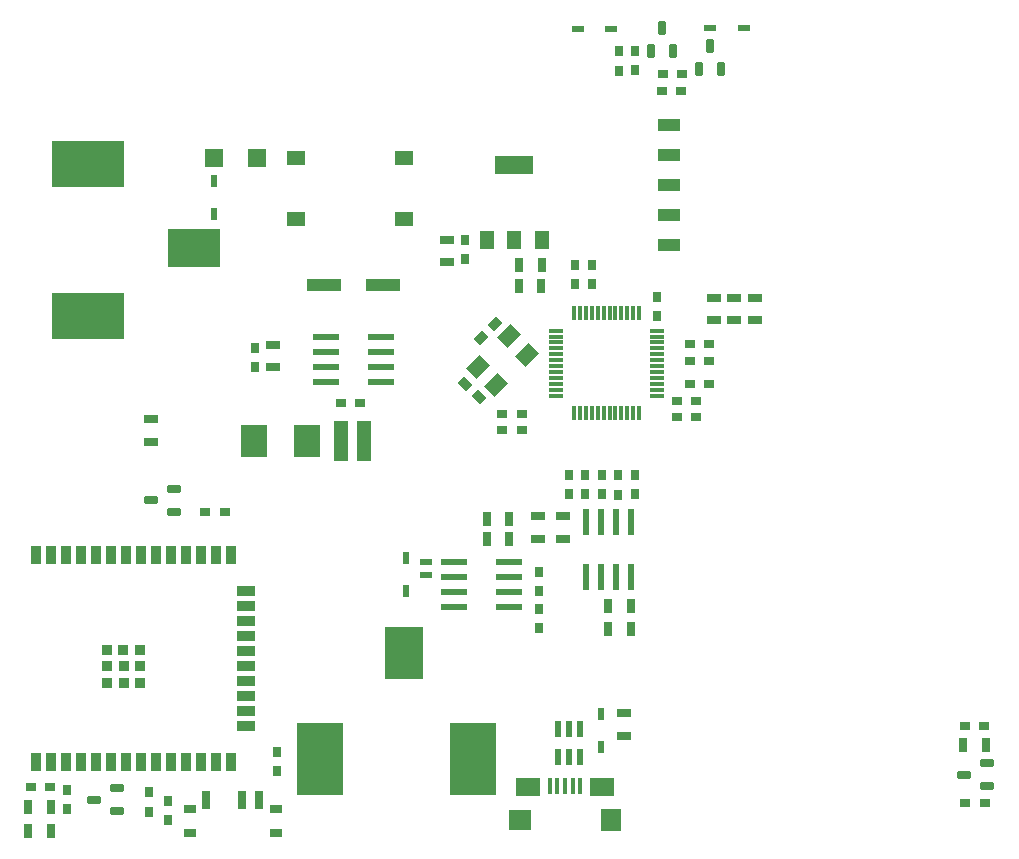
<source format=gtp>
G04*
G04 #@! TF.GenerationSoftware,Altium Limited,Altium Designer,22.2.1 (43)*
G04*
G04 Layer_Color=8421504*
%FSLAX25Y25*%
%MOIN*%
G70*
G04*
G04 #@! TF.SameCoordinates,65C05967-714E-454F-997F-66751C825CAB*
G04*
G04*
G04 #@! TF.FilePolarity,Positive*
G04*
G01*
G75*
%ADD23R,0.04134X0.02165*%
G04:AMPARAMS|DCode=24|XSize=49.61mil|YSize=24.02mil|CornerRadius=6mil|HoleSize=0mil|Usage=FLASHONLY|Rotation=270.000|XOffset=0mil|YOffset=0mil|HoleType=Round|Shape=RoundedRectangle|*
%AMROUNDEDRECTD24*
21,1,0.04961,0.01201,0,0,270.0*
21,1,0.03760,0.02402,0,0,270.0*
1,1,0.01201,-0.00600,-0.01880*
1,1,0.01201,-0.00600,0.01880*
1,1,0.01201,0.00600,0.01880*
1,1,0.01201,0.00600,-0.01880*
%
%ADD24ROUNDEDRECTD24*%
%ADD25R,0.03100X0.03800*%
%ADD26R,0.07520X0.04095*%
%ADD27R,0.05118X0.02756*%
G04:AMPARAMS|DCode=28|XSize=49.61mil|YSize=24.02mil|CornerRadius=6mil|HoleSize=0mil|Usage=FLASHONLY|Rotation=0.000|XOffset=0mil|YOffset=0mil|HoleType=Round|Shape=RoundedRectangle|*
%AMROUNDEDRECTD28*
21,1,0.04961,0.01201,0,0,0.0*
21,1,0.03760,0.02402,0,0,0.0*
1,1,0.01201,0.01880,-0.00600*
1,1,0.01201,-0.01880,-0.00600*
1,1,0.01201,-0.01880,0.00600*
1,1,0.01201,0.01880,0.00600*
%
%ADD28ROUNDEDRECTD28*%
%ADD29R,0.03800X0.03100*%
%ADD30R,0.03543X0.05906*%
%ADD31R,0.05906X0.03543*%
%ADD32R,0.03543X0.03543*%
%ADD33R,0.03543X0.03543*%
%ADD34R,0.02756X0.05118*%
G04:AMPARAMS|DCode=35|XSize=38mil|YSize=31mil|CornerRadius=0mil|HoleSize=0mil|Usage=FLASHONLY|Rotation=45.000|XOffset=0mil|YOffset=0mil|HoleType=Round|Shape=Rectangle|*
%AMROTATEDRECTD35*
4,1,4,-0.00248,-0.02439,-0.02439,-0.00248,0.00248,0.02439,0.02439,0.00248,-0.00248,-0.02439,0.0*
%
%ADD35ROTATEDRECTD35*%

G04:AMPARAMS|DCode=36|XSize=62.99mil|YSize=49.21mil|CornerRadius=0mil|HoleSize=0mil|Usage=FLASHONLY|Rotation=45.000|XOffset=0mil|YOffset=0mil|HoleType=Round|Shape=Rectangle|*
%AMROTATEDRECTD36*
4,1,4,-0.00487,-0.03967,-0.03967,-0.00487,0.00487,0.03967,0.03967,0.00487,-0.00487,-0.03967,0.0*
%
%ADD36ROTATEDRECTD36*%

%ADD37R,0.01181X0.04724*%
%ADD38R,0.04724X0.01181*%
G04:AMPARAMS|DCode=39|XSize=38mil|YSize=31mil|CornerRadius=0mil|HoleSize=0mil|Usage=FLASHONLY|Rotation=315.000|XOffset=0mil|YOffset=0mil|HoleType=Round|Shape=Rectangle|*
%AMROTATEDRECTD39*
4,1,4,-0.02439,0.00248,-0.00248,0.02439,0.02439,-0.00248,0.00248,-0.02439,-0.02439,0.00248,0.0*
%
%ADD39ROTATEDRECTD39*%

%ADD40R,0.08858X0.01968*%
%ADD41R,0.03937X0.01968*%
%ADD42R,0.02165X0.04134*%
%ADD43R,0.24410X0.15354*%
%ADD44R,0.17323X0.12992*%
%ADD45R,0.11811X0.03937*%
%ADD46R,0.06299X0.06299*%
%ADD47R,0.08500X0.10799*%
%ADD48R,0.01575X0.05315*%
%ADD49R,0.08268X0.06299*%
%ADD50R,0.07480X0.07087*%
%ADD51R,0.07087X0.07480*%
%ADD52R,0.02362X0.05354*%
%ADD53R,0.05118X0.13386*%
%ADD54R,0.03937X0.03150*%
%ADD55R,0.02756X0.05906*%
%ADD56R,0.05984X0.04724*%
%ADD57R,0.04724X0.06299*%
%ADD58R,0.12992X0.06299*%
%ADD59R,0.01968X0.08858*%
%ADD60R,0.15354X0.24410*%
%ADD61R,0.12992X0.17323*%
D23*
X201969Y274410D02*
D03*
X190945D02*
D03*
X235039Y274803D02*
D03*
X246063D02*
D03*
D24*
X231201Y261004D02*
D03*
X238681D02*
D03*
X234941Y268721D02*
D03*
X215158Y267008D02*
D03*
X222638D02*
D03*
X218898Y274724D02*
D03*
D25*
X204528Y266929D02*
D03*
Y260529D02*
D03*
X209842Y266980D02*
D03*
Y260579D02*
D03*
X217323Y185090D02*
D03*
Y178690D02*
D03*
X195669Y189320D02*
D03*
Y195720D02*
D03*
X189764Y195720D02*
D03*
Y189320D02*
D03*
X153150Y203987D02*
D03*
Y197587D02*
D03*
X204331Y125542D02*
D03*
Y119142D02*
D03*
X198819Y125641D02*
D03*
Y119241D02*
D03*
X193307Y125641D02*
D03*
Y119241D02*
D03*
X187795Y125641D02*
D03*
Y119241D02*
D03*
X177913Y74595D02*
D03*
Y80995D02*
D03*
X177854Y93357D02*
D03*
Y86958D02*
D03*
X54331Y10580D02*
D03*
Y16980D02*
D03*
X209842Y119241D02*
D03*
Y125641D02*
D03*
X20571Y20621D02*
D03*
Y14221D02*
D03*
X47835Y13532D02*
D03*
Y19932D02*
D03*
X90551Y27115D02*
D03*
Y33515D02*
D03*
X83071Y161662D02*
D03*
Y168062D02*
D03*
D26*
X221350Y202244D02*
D03*
Y212244D02*
D03*
Y222244D02*
D03*
Y232244D02*
D03*
Y242244D02*
D03*
D27*
X48425Y144291D02*
D03*
Y136811D02*
D03*
X236221Y177362D02*
D03*
Y184843D02*
D03*
X250000Y177362D02*
D03*
Y184843D02*
D03*
X242913Y177362D02*
D03*
Y184843D02*
D03*
X147244Y204134D02*
D03*
Y196653D02*
D03*
X185827Y112008D02*
D03*
Y104528D02*
D03*
X177559Y112008D02*
D03*
Y104528D02*
D03*
X89370Y161614D02*
D03*
Y169095D02*
D03*
X206299Y46260D02*
D03*
Y38780D02*
D03*
D28*
X56102Y113484D02*
D03*
Y120965D02*
D03*
X48386Y117224D02*
D03*
X37126Y13780D02*
D03*
Y21260D02*
D03*
X29409Y17520D02*
D03*
X327291Y22063D02*
D03*
Y29543D02*
D03*
X319575Y25803D02*
D03*
D29*
X66682Y113484D02*
D03*
X73082D02*
D03*
X172098Y146161D02*
D03*
X165698D02*
D03*
X230267Y145177D02*
D03*
X223867D02*
D03*
X230267Y150394D02*
D03*
X223867D02*
D03*
X234696Y155905D02*
D03*
X228296D02*
D03*
X172098Y140650D02*
D03*
X165698D02*
D03*
X225247Y253839D02*
D03*
X218847D02*
D03*
X225444Y259350D02*
D03*
X219044D02*
D03*
X234696Y163779D02*
D03*
X228296D02*
D03*
X234696Y169291D02*
D03*
X228296D02*
D03*
X326428Y16535D02*
D03*
X320028D02*
D03*
X319900Y41900D02*
D03*
X326300D02*
D03*
X118161Y149606D02*
D03*
X111761D02*
D03*
X8611Y21654D02*
D03*
X15011D02*
D03*
D30*
X10315Y30138D02*
D03*
X15315D02*
D03*
X20315D02*
D03*
X25315D02*
D03*
X30315D02*
D03*
X35315D02*
D03*
X40315D02*
D03*
X45315D02*
D03*
X50315D02*
D03*
X55315D02*
D03*
X60315D02*
D03*
X65315D02*
D03*
X70315D02*
D03*
X75315D02*
D03*
X10315Y98996D02*
D03*
X15315Y98996D02*
D03*
X20315D02*
D03*
X25315D02*
D03*
X30315D02*
D03*
X35315D02*
D03*
X40315D02*
D03*
X45315D02*
D03*
X50315D02*
D03*
X55315D02*
D03*
X60315D02*
D03*
X65315D02*
D03*
X70315D02*
D03*
X75315D02*
D03*
D31*
X80236Y42067D02*
D03*
D03*
Y47067D02*
D03*
Y52067D02*
D03*
Y57067D02*
D03*
Y62067D02*
D03*
Y67067D02*
D03*
Y72067D02*
D03*
Y77067D02*
D03*
Y82067D02*
D03*
X80315Y87067D02*
D03*
D32*
X33815Y61874D02*
D03*
X33772Y67449D02*
D03*
X39390Y61917D02*
D03*
X39346Y67492D02*
D03*
X44965Y61961D02*
D03*
X44921Y67535D02*
D03*
X33858Y56299D02*
D03*
D33*
X39433Y56343D02*
D03*
X45008Y56386D02*
D03*
D34*
X7677Y7087D02*
D03*
X15157D02*
D03*
X7677Y14961D02*
D03*
X15157D02*
D03*
X200984Y74410D02*
D03*
X208465D02*
D03*
X200984Y81890D02*
D03*
X208465D02*
D03*
X178746Y195669D02*
D03*
X171266D02*
D03*
X178543Y188583D02*
D03*
X171063D02*
D03*
X160433Y104331D02*
D03*
X167913D02*
D03*
X160433Y111024D02*
D03*
X167913D02*
D03*
X326780Y35800D02*
D03*
X319300D02*
D03*
D35*
X158662Y171359D02*
D03*
X163188Y175885D02*
D03*
D36*
X173862Y165867D02*
D03*
X163562Y155567D02*
D03*
X167737Y171992D02*
D03*
X157437Y161692D02*
D03*
D37*
X193504Y146260D02*
D03*
X191535D02*
D03*
X189567D02*
D03*
Y179724D02*
D03*
X191535D02*
D03*
X193504D02*
D03*
X195473D02*
D03*
X197441D02*
D03*
X199409D02*
D03*
X201378D02*
D03*
X203346D02*
D03*
X211221D02*
D03*
X209252Y146260D02*
D03*
X205315D02*
D03*
X203346D02*
D03*
X201378D02*
D03*
X199409D02*
D03*
X197441D02*
D03*
X195473D02*
D03*
X211221D02*
D03*
X207283D02*
D03*
X205315Y179724D02*
D03*
X207283D02*
D03*
X209252D02*
D03*
D38*
X217126Y171850D02*
D03*
Y169882D02*
D03*
Y167913D02*
D03*
Y165945D02*
D03*
Y163976D02*
D03*
Y162008D02*
D03*
Y160039D02*
D03*
Y158071D02*
D03*
Y156102D02*
D03*
Y154134D02*
D03*
Y152165D02*
D03*
Y173819D02*
D03*
X183661D02*
D03*
D03*
Y152165D02*
D03*
Y154134D02*
D03*
Y156102D02*
D03*
Y158071D02*
D03*
Y160039D02*
D03*
Y162008D02*
D03*
Y163976D02*
D03*
Y165945D02*
D03*
Y167913D02*
D03*
Y169882D02*
D03*
Y171850D02*
D03*
D39*
X153348Y156101D02*
D03*
X157873Y151576D02*
D03*
D40*
X149508Y96870D02*
D03*
Y91870D02*
D03*
Y86870D02*
D03*
Y81870D02*
D03*
X167815D02*
D03*
Y86870D02*
D03*
Y91870D02*
D03*
Y96870D02*
D03*
X125295Y156673D02*
D03*
Y161673D02*
D03*
Y166673D02*
D03*
Y171673D02*
D03*
X106988D02*
D03*
Y166673D02*
D03*
Y161673D02*
D03*
Y156673D02*
D03*
D41*
X140157Y92323D02*
D03*
Y96653D02*
D03*
D42*
X133465Y98032D02*
D03*
Y87008D02*
D03*
X69685Y223622D02*
D03*
Y212598D02*
D03*
X198425Y35039D02*
D03*
Y46063D02*
D03*
D43*
X27657Y229331D02*
D03*
Y178543D02*
D03*
D44*
X62894Y201378D02*
D03*
D45*
X106299Y188976D02*
D03*
X125984D02*
D03*
D46*
X83858Y231496D02*
D03*
X69685D02*
D03*
D47*
X100433Y137008D02*
D03*
X83031D02*
D03*
D48*
X191634Y22047D02*
D03*
X189075D02*
D03*
X186516D02*
D03*
X183957D02*
D03*
X181398D02*
D03*
D49*
X174311Y21555D02*
D03*
X198721D02*
D03*
D50*
X171555Y10827D02*
D03*
D51*
X201870D02*
D03*
D52*
X187795Y31693D02*
D03*
X191535D02*
D03*
X184055D02*
D03*
Y40945D02*
D03*
X187795D02*
D03*
X191535D02*
D03*
D53*
X112008Y137008D02*
D03*
X119488D02*
D03*
D54*
X61396Y6470D02*
D03*
X90158Y6496D02*
D03*
X61417Y14370D02*
D03*
X90158D02*
D03*
D55*
X84646Y17323D02*
D03*
X78740D02*
D03*
X66929D02*
D03*
D56*
X96969Y231516D02*
D03*
Y211004D02*
D03*
X132953Y231516D02*
D03*
Y211004D02*
D03*
D57*
X160630Y203937D02*
D03*
X178740D02*
D03*
D03*
X169685D02*
D03*
D03*
D58*
Y229134D02*
D03*
D59*
X208681Y109941D02*
D03*
X203681D02*
D03*
X198681D02*
D03*
X193681D02*
D03*
Y91634D02*
D03*
X198681D02*
D03*
X203681D02*
D03*
X208681D02*
D03*
D60*
X104921Y31201D02*
D03*
X155709D02*
D03*
D61*
X132874Y66437D02*
D03*
M02*

</source>
